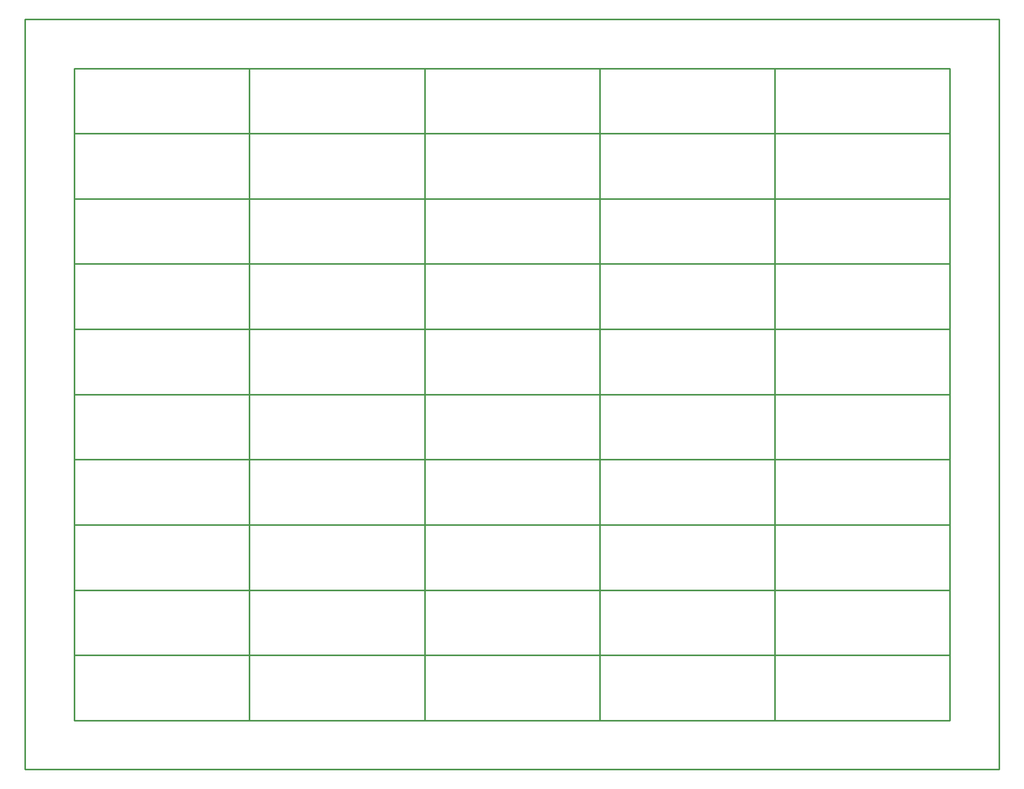
<source format=gbr>
*
%FSLAX35Y35*%
%MOMM*%
%ADD10C,0.254000*%
%IPPOS*%
%LNcevre.gbr*%
%LPD*%
G75*
G54D10*
X00800000Y01863630D02*
X03655620D01*
Y00800000D01*
X00800000D01*
Y01863630D01*
Y02927230D02*
X03655620D01*
Y01863600D01*
X00800000D01*
Y02927230D01*
Y03990830D02*
X03655620D01*
Y02927200D01*
X00800000D01*
Y03990830D01*
Y05054430D02*
X03655620D01*
Y03990800D01*
X00800000D01*
Y05054430D01*
Y06118030D02*
X03655620D01*
Y05054400D01*
X00800000D01*
Y06118030D01*
Y07181630D02*
X03655620D01*
Y06118000D01*
X00800000D01*
Y07181630D01*
Y08245230D02*
X03655620D01*
Y07181600D01*
X00800000D01*
Y08245230D01*
Y09308830D02*
X03655620D01*
Y08245200D01*
X00800000D01*
Y09308830D01*
Y10372430D02*
X03655620D01*
Y09308800D01*
X00800000D01*
Y10372430D01*
Y11436030D02*
X03655620D01*
Y10372400D01*
X00800000D01*
Y11436030D01*
X03655600Y01863630D02*
X06511220D01*
Y00800000D01*
X03655600D01*
Y01863630D01*
Y02927230D02*
X06511220D01*
Y01863600D01*
X03655600D01*
Y02927230D01*
Y03990830D02*
X06511220D01*
Y02927200D01*
X03655600D01*
Y03990830D01*
Y05054430D02*
X06511220D01*
Y03990800D01*
X03655600D01*
Y05054430D01*
Y06118030D02*
X06511220D01*
Y05054400D01*
X03655600D01*
Y06118030D01*
Y07181630D02*
X06511220D01*
Y06118000D01*
X03655600D01*
Y07181630D01*
Y08245230D02*
X06511220D01*
Y07181600D01*
X03655600D01*
Y08245230D01*
Y09308830D02*
X06511220D01*
Y08245200D01*
X03655600D01*
Y09308830D01*
Y10372430D02*
X06511220D01*
Y09308800D01*
X03655600D01*
Y10372430D01*
Y11436030D02*
X06511220D01*
Y10372400D01*
X03655600D01*
Y11436030D01*
X06511200Y01863630D02*
X09366820D01*
Y00800000D01*
X06511200D01*
Y01863630D01*
Y02927230D02*
X09366820D01*
Y01863600D01*
X06511200D01*
Y02927230D01*
Y03990830D02*
X09366820D01*
Y02927200D01*
X06511200D01*
Y03990830D01*
Y05054430D02*
X09366820D01*
Y03990800D01*
X06511200D01*
Y05054430D01*
Y06118030D02*
X09366820D01*
Y05054400D01*
X06511200D01*
Y06118030D01*
Y07181630D02*
X09366820D01*
Y06118000D01*
X06511200D01*
Y07181630D01*
Y08245230D02*
X09366820D01*
Y07181600D01*
X06511200D01*
Y08245230D01*
Y09308830D02*
X09366820D01*
Y08245200D01*
X06511200D01*
Y09308830D01*
Y10372430D02*
X09366820D01*
Y09308800D01*
X06511200D01*
Y10372430D01*
Y11436030D02*
X09366820D01*
Y10372400D01*
X06511200D01*
Y11436030D01*
X09366800Y01863630D02*
X12222420D01*
Y00800000D01*
X09366800D01*
Y01863630D01*
Y02927230D02*
X12222420D01*
Y01863600D01*
X09366800D01*
Y02927230D01*
Y03990830D02*
X12222420D01*
Y02927200D01*
X09366800D01*
Y03990830D01*
Y05054430D02*
X12222420D01*
Y03990800D01*
X09366800D01*
Y05054430D01*
Y06118030D02*
X12222420D01*
Y05054400D01*
X09366800D01*
Y06118030D01*
Y07181630D02*
X12222420D01*
Y06118000D01*
X09366800D01*
Y07181630D01*
Y08245230D02*
X12222420D01*
Y07181600D01*
X09366800D01*
Y08245230D01*
Y09308830D02*
X12222420D01*
Y08245200D01*
X09366800D01*
Y09308830D01*
Y10372430D02*
X12222420D01*
Y09308800D01*
X09366800D01*
Y10372430D01*
Y11436030D02*
X12222420D01*
Y10372400D01*
X09366800D01*
Y11436030D01*
X12222400Y01863630D02*
X15078020D01*
Y00800000D01*
X12222400D01*
Y01863630D01*
Y02927230D02*
X15078020D01*
Y01863600D01*
X12222400D01*
Y02927230D01*
Y03990830D02*
X15078020D01*
Y02927200D01*
X12222400D01*
Y03990830D01*
Y05054430D02*
X15078020D01*
Y03990800D01*
X12222400D01*
Y05054430D01*
Y06118030D02*
X15078020D01*
Y05054400D01*
X12222400D01*
Y06118030D01*
Y07181630D02*
X15078020D01*
Y06118000D01*
X12222400D01*
Y07181630D01*
Y08245230D02*
X15078020D01*
Y07181600D01*
X12222400D01*
Y08245230D01*
Y09308830D02*
X15078020D01*
Y08245200D01*
X12222400D01*
Y09308830D01*
Y10372430D02*
X15078020D01*
Y09308800D01*
X12222400D01*
Y10372430D01*
Y11436030D02*
X15078020D01*
Y10372400D01*
X12222400D01*
Y11436030D01*
X00000000Y00000000D02*
Y12236000D01*
X15878000D01*
Y00000000D01*
X00000000D01*
M02*

</source>
